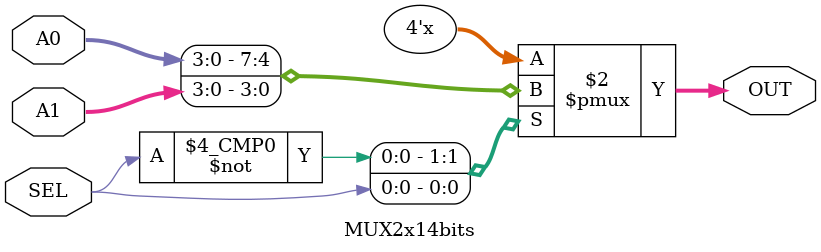
<source format=v>
`timescale 1ns / 1ps
module MUX2x14bits(A0,A1,SEL,OUT);
	input [3:0] A0,A1;
	input SEL;
	output reg [3:0] OUT;
	
	always @(A0 or A1 or SEL)
		case (SEL)
			1'b0: OUT=A0;
			1'b1: OUT=A1;
		endcase


endmodule

</source>
